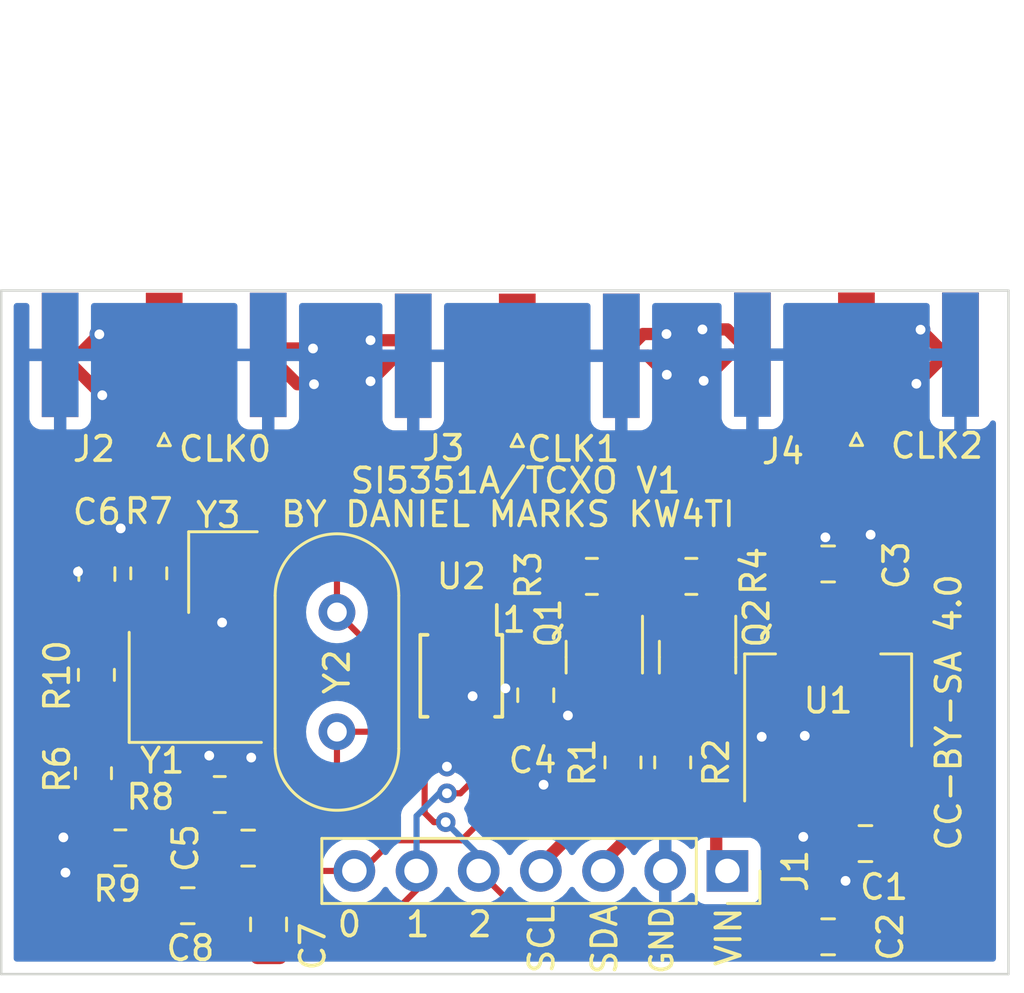
<source format=kicad_pcb>
(kicad_pcb (version 20211014) (generator pcbnew)
  (layers (0 "F.Cu" signal) (31 "B.Cu" signal) (34 "B.Paste" user) (35 "F.Paste" user) (36 "B.SilkS" user "B.Silkscreen") (37 "F.SilkS" user "F.Silkscreen") (38 "B.Mask" user) (39 "F.Mask" user) (44 "Edge.Cuts" user))
  (net 0 "")
  (net 1 "GND")
  (net 2 "VIN")
  (net 3 "+3V3")
  (net 4 "CLK0")
  (net 5 "CLK1")
  (net 6 "CLK2")
  (net 7 "SCL")
  (net 8 "SDA")
  (net 9 "Net-(Q1-Pad2)")
  (net 10 "Net-(Q2-Pad2)")
  (net 11 "Net-(U2-Pad2)")
  (net 12 "Net-(U2-Pad3)")
  (net 13 "Net-(C5-Pad1)")
  (net 14 "Net-(Y1-Pad4)")
  (net 15 "Net-(Y1-Pad1)")
  (net 16 "Net-(Y1-Pad3)")
  (net 17 "Net-(J4-Pad1)")
  (net 18 "Net-(J2-Pad1)")
  (net 19 "Net-(J3-Pad1)")
  (footprint "Package_TO_SOT_SMD:SOT-223-3_TabPin2" (layer "F.Cu") (at 81.534 72.644 90)
    (fp_text reference "U1" (at 0 0 180) (layer "F.SilkS"))
    (fp_text value "AMS1117-3.3")
    (fp_line (start -1.85 3.41) (end 1.91 3.41) (layer "F.SilkS") (width 0.12))
    (fp_line (start 1.91 -3.41) (end 1.91 -2.15) (layer "F.SilkS") (width 0.12))
    (fp_line (start -4.1 -3.41) (end 1.91 -3.41) (layer "F.SilkS") (width 0.12))
    (fp_line (start 1.91 3.41) (end 1.91 2.15) (layer "F.SilkS") (width 0.12))
    (pad "1" smd rect (at -3.15 -2.3 90) (size 2 1.5) (layers "F.Cu" "F.Paste" "F.Mask") (net 1 "GND"))
    (pad "2" smd rect (at -3.15 0 90) (size 2 1.5) (layers "F.Cu" "F.Paste" "F.Mask") (net 3 "+3V3"))
    (pad "2" smd rect (at 3.15 0 90) (size 2 3.8) (layers "F.Cu" "F.Paste" "F.Mask") (net 3 "+3V3"))
    (pad "3" smd rect (at -3.15 2.3 90) (size 2 1.5) (layers "F.Cu" "F.Paste" "F.Mask") (net 2 "VIN"))
  )
  (footprint "Crystal:Crystal_HC49-U_Vertical" (layer "F.Cu") (at 61.468 73.914 90)
    (fp_text reference "Y2" (at 2.45 0 90) (layer "F.SilkS"))
    (fp_text value "25 MHz")
    (fp_line (start -0.685 -2.525) (end 5.565 -2.525) (layer "F.SilkS") (width 0.12))
    (fp_line (start -0.685 2.525) (end 5.565 2.525) (layer "F.SilkS") (width 0.12))
    (fp_arc (start 5.565 -2.525) (mid 8.09 0) (end 5.565 2.525) (layer "F.SilkS") (width 0.12))
    (fp_arc (start -0.685 2.525) (mid -3.21 0) (end -0.685 -2.525) (layer "F.SilkS") (width 0.12))
    (pad "1" thru_hole circle (at 0 0 90) (size 1.5 1.5) (drill 0.8) (layers *.Cu *.Mask) (net 11 "Net-(U2-Pad2)"))
    (pad "2" thru_hole circle (at 4.88 0 90) (size 1.5 1.5) (drill 0.8) (layers *.Cu *.Mask) (net 12 "Net-(U2-Pad3)"))
  )
  (footprint "Connector_Coaxial:SMA_Amphenol_132289_EdgeMount" (layer "F.Cu") (at 82.69 58.5 90)
    (fp_text reference "J4" (at -3.96 -3) (layer "F.SilkS"))
    (fp_text value "Conn_Coaxial")
    (fp_line (start -3.71 0.25) (end -3.21 0) (layer "F.SilkS") (width 0.12))
    (fp_line (start -3.71 -0.25) (end -3.71 0.25) (layer "F.SilkS") (width 0.12))
    (fp_line (start -3.21 0) (end -3.71 -0.25) (layer "F.SilkS") (width 0.12))
    (pad "1" smd rect (at 0 0 180) (size 1.5 5.08) (layers "F.Cu" "F.Paste" "F.Mask") (net 17 "Net-(J4-Pad1)"))
    (pad "2" smd rect (at 0 4.25 180) (size 1.5 5.08) (layers "F.Cu" "F.Paste" "F.Mask") (net 1 "GND"))
    (pad "2" smd rect (at 0 -4.25 180) (size 1.5 5.08) (layers "B.Cu" "B.Paste" "B.Mask") (net 1 "GND"))
    (pad "2" smd rect (at 0 -4.25 180) (size 1.5 5.08) (layers "F.Cu" "F.Paste" "F.Mask") (net 1 "GND"))
    (pad "2" smd rect (at 0 4.25 180) (size 1.5 5.08) (layers "B.Cu" "B.Paste" "B.Mask") (net 1 "GND"))
  )
  (footprint "Resistor_SMD:R_0805_2012Metric_Pad1.20x1.40mm_HandSolder" (layer "F.Cu") (at 51.64 71.59 90)
    (fp_text reference "R10" (at -0.038 -1.602 90) (layer "F.SilkS"))
    (fp_text value "0R")
    (fp_line (start -0.227064 0.735) (end 0.227064 0.735) (layer "F.SilkS") (width 0.12))
    (fp_line (start -0.227064 -0.735) (end 0.227064 -0.735) (layer "F.SilkS") (width 0.12))
    (pad "1" smd roundrect (at -1 0 90) (size 1.2 1.4) (layers "F.Cu" "F.Paste" "F.Mask") (roundrect_rratio 0.2083333333) (net 3 "+3V3"))
    (pad "2" smd roundrect (at 1 0 90) (size 1.2 1.4) (layers "F.Cu" "F.Paste" "F.Mask") (roundrect_rratio 0.2083333333) (net 14 "Net-(Y1-Pad4)"))
  )
  (footprint "Resistor_SMD:R_0805_2012Metric_Pad1.20x1.40mm_HandSolder" (layer "F.Cu") (at 53.78 67.44 -90)
    (fp_text reference "R7" (at -2.54 0) (layer "F.SilkS"))
    (fp_text value "0R")
    (fp_line (start -0.227064 0.735) (end 0.227064 0.735) (layer "F.SilkS") (width 0.12))
    (fp_line (start -0.227064 -0.735) (end 0.227064 -0.735) (layer "F.SilkS") (width 0.12))
    (pad "1" smd roundrect (at -1 0 270) (size 1.2 1.4) (layers "F.Cu" "F.Paste" "F.Mask") (roundrect_rratio 0.2083333333) (net 12 "Net-(U2-Pad3)"))
    (pad "2" smd roundrect (at 1 0 270) (size 1.2 1.4) (layers "F.Cu" "F.Paste" "F.Mask") (roundrect_rratio 0.2083333333) (net 15 "Net-(Y1-Pad1)"))
  )
  (footprint "Capacitor_SMD:C_0805_2012Metric_Pad1.18x1.45mm_HandSolder" (layer "F.Cu") (at 51.66 67.47 -90)
    (fp_text reference "C6" (at -2.54 0) (layer "F.SilkS"))
    (fp_text value "100 nF")
    (fp_line (start -0.261252 -0.735) (end 0.261252 -0.735) (layer "F.SilkS") (width 0.12))
    (fp_line (start -0.261252 0.735) (end 0.261252 0.735) (layer "F.SilkS") (width 0.12))
    (pad "1" smd roundrect (at -1.0375 0 270) (size 1.175 1.45) (layers "F.Cu" "F.Paste" "F.Mask") (roundrect_rratio 0.2127659574) (net 1 "GND"))
    (pad "2" smd roundrect (at 1.0375 0 270) (size 1.175 1.45) (layers "F.Cu" "F.Paste" "F.Mask") (roundrect_rratio 0.2127659574) (net 14 "Net-(Y1-Pad4)"))
  )
  (footprint "Resistor_SMD:R_0805_2012Metric_Pad1.20x1.40mm_HandSolder" (layer "F.Cu") (at 56.68 76.48)
    (fp_text reference "R8" (at -2.832 0.101) (layer "F.SilkS"))
    (fp_text value "0R")
    (fp_line (start -0.227064 -0.735) (end 0.227064 -0.735) (layer "F.SilkS") (width 0.12))
    (fp_line (start -0.227064 0.735) (end 0.227064 0.735) (layer "F.SilkS") (width 0.12))
    (pad "1" smd roundrect (at -1 0) (size 1.2 1.4) (layers "F.Cu" "F.Paste" "F.Mask") (roundrect_rratio 0.2083333333) (net 13 "Net-(C5-Pad1)"))
    (pad "2" smd roundrect (at 1 0) (size 1.2 1.4) (layers "F.Cu" "F.Paste" "F.Mask") (roundrect_rratio 0.2083333333) (net 16 "Net-(Y1-Pad3)"))
  )
  (footprint "Resistor_SMD:R_0805_2012Metric_Pad1.20x1.40mm_HandSolder" (layer "F.Cu") (at 75.946 67.564)
    (fp_text reference "R4" (at 2.544 -0.224 90) (layer "F.SilkS"))
    (fp_text value "1k")
    (fp_line (start -0.227064 -0.735) (end 0.227064 -0.735) (layer "F.SilkS") (width 0.12))
    (fp_line (start -0.227064 0.735) (end 0.227064 0.735) (layer "F.SilkS") (width 0.12))
    (pad "1" smd roundrect (at -1 0) (size 1.2 1.4) (layers "F.Cu" "F.Paste" "F.Mask") (roundrect_rratio 0.2083333333) (net 10 "Net-(Q2-Pad2)"))
    (pad "2" smd roundrect (at 1 0) (size 1.2 1.4) (layers "F.Cu" "F.Paste" "F.Mask") (roundrect_rratio 0.2083333333) (net 3 "+3V3"))
  )
  (footprint "Package_TO_SOT_SMD:SOT-23" (layer "F.Cu") (at 76.2 70.866 -90)
    (fp_text reference "Q2" (at -1.397 -2.413 90) (layer "F.SilkS"))
    (fp_text value "2N7002")
    (fp_line (start 0 -1.56) (end -1.675 -1.56) (layer "F.SilkS") (width 0.12))
    (fp_line (start 0 1.56) (end -0.65 1.56) (layer "F.SilkS") (width 0.12))
    (fp_line (start 0 -1.56) (end 0.65 -1.56) (layer "F.SilkS") (width 0.12))
    (fp_line (start 0 1.56) (end 0.65 1.56) (layer "F.SilkS") (width 0.12))
    (pad "1" smd roundrect (at -0.9375 -0.95 270) (size 1.475 0.6) (layers "F.Cu" "F.Paste" "F.Mask") (net 3 "+3V3"))
    (pad "2" smd roundrect (at -0.9375 0.95 270) (size 1.475 0.6) (layers "F.Cu" "F.Paste" "F.Mask") (net 10 "Net-(Q2-Pad2)"))
    (pad "3" smd roundrect (at 0.9375 0 270) (size 1.475 0.6) (layers "F.Cu" "F.Paste" "F.Mask") (net 8 "SDA"))
  )
  (footprint "Capacitor_SMD:C_0805_2012Metric_Pad1.18x1.45mm_HandSolder" (layer "F.Cu") (at 69.59 72.42 90)
    (fp_text reference "C4" (at -2.667 -0.127 180) (layer "F.SilkS"))
    (fp_text value "100 nF")
    (fp_line (start -0.261252 -0.735) (end 0.261252 -0.735) (layer "F.SilkS") (width 0.12))
    (fp_line (start -0.261252 0.735) (end 0.261252 0.735) (layer "F.SilkS") (width 0.12))
    (pad "1" smd roundrect (at -1.0375 0 90) (size 1.175 1.45) (layers "F.Cu" "F.Paste" "F.Mask") (roundrect_rratio 0.2127659574) (net 1 "GND"))
    (pad "2" smd roundrect (at 1.0375 0 90) (size 1.175 1.45) (layers "F.Cu" "F.Paste" "F.Mask") (roundrect_rratio 0.2127659574) (net 3 "+3V3"))
  )
  (footprint "Capacitor_SMD:C_0805_2012Metric_Pad1.18x1.45mm_HandSolder" (layer "F.Cu") (at 55.372 81.026)
    (fp_text reference "C8" (at 0.108 1.734 180) (layer "F.SilkS"))
    (fp_text value "100 nF")
    (fp_line (start -0.261252 -0.735) (end 0.261252 -0.735) (layer "F.SilkS") (width 0.12))
    (fp_line (start -0.261252 0.735) (end 0.261252 0.735) (layer "F.SilkS") (width 0.12))
    (pad "1" smd roundrect (at -1.0375 0) (size 1.175 1.45) (layers "F.Cu" "F.Paste" "F.Mask") (roundrect_rratio 0.2127659574) (net 19 "Net-(J3-Pad1)"))
    (pad "2" smd roundrect (at 1.0375 0) (size 1.175 1.45) (layers "F.Cu" "F.Paste" "F.Mask") (roundrect_rratio 0.2127659574) (net 5 "CLK1"))
  )
  (footprint "Capacitor_SMD:C_0805_2012Metric_Pad1.18x1.45mm_HandSolder" (layer "F.Cu") (at 83.058 78.486)
    (fp_text reference "C1" (at 0.762 1.778 180) (layer "F.SilkS"))
    (fp_text value "100 nF")
    (fp_line (start -0.261252 -0.735) (end 0.261252 -0.735) (layer "F.SilkS") (width 0.12))
    (fp_line (start -0.261252 0.735) (end 0.261252 0.735) (layer "F.SilkS") (width 0.12))
    (pad "1" smd roundrect (at -1.0375 0) (size 1.175 1.45) (layers "F.Cu" "F.Paste" "F.Mask") (roundrect_rratio 0.2127659574) (net 1 "GND"))
    (pad "2" smd roundrect (at 1.0375 0) (size 1.175 1.45) (layers "F.Cu" "F.Paste" "F.Mask") (roundrect_rratio 0.2127659574) (net 2 "VIN"))
  )
  (footprint "Capacitor_SMD:C_0805_2012Metric_Pad1.18x1.45mm_HandSolder" (layer "F.Cu") (at 81.534 67.056 180)
    (fp_text reference "C3" (at -2.786 -0.054 90) (layer "F.SilkS"))
    (fp_text value "100 nF")
    (fp_line (start -0.261252 -0.735) (end 0.261252 -0.735) (layer "F.SilkS") (width 0.12))
    (fp_line (start -0.261252 0.735) (end 0.261252 0.735) (layer "F.SilkS") (width 0.12))
    (pad "1" smd roundrect (at -1.0375 0 180) (size 1.175 1.45) (layers "F.Cu" "F.Paste" "F.Mask") (roundrect_rratio 0.2127659574) (net 1 "GND"))
    (pad "2" smd roundrect (at 1.0375 0 180) (size 1.175 1.45) (layers "F.Cu" "F.Paste" "F.Mask") (roundrect_rratio 0.2127659574) (net 3 "+3V3"))
  )
  (footprint "Connector_Coaxial:SMA_Amphenol_132289_EdgeMount" (layer "F.Cu") (at 68.834 58.547 90)
    (fp_text reference "J3" (at -3.773 -3.014) (layer "F.SilkS"))
    (fp_text value "Conn_Coaxial")
    (fp_line (start -3.71 0.25) (end -3.21 0) (layer "F.SilkS") (width 0.12))
    (fp_line (start -3.21 0) (end -3.71 -0.25) (layer "F.SilkS") (width 0.12))
    (fp_line (start -3.71 -0.25) (end -3.71 0.25) (layer "F.SilkS") (width 0.12))
    (pad "1" smd rect (at 0 0 180) (size 1.5 5.08) (layers "F.Cu" "F.Paste" "F.Mask") (net 19 "Net-(J3-Pad1)"))
    (pad "2" smd rect (at 0 -4.25 180) (size 1.5 5.08) (layers "B.Cu" "B.Paste" "B.Mask") (net 1 "GND"))
    (pad "2" smd rect (at 0 4.25 180) (size 1.5 5.08) (layers "F.Cu" "F.Paste" "F.Mask") (net 1 "GND"))
    (pad "2" smd rect (at 0 -4.25 180) (size 1.5 5.08) (layers "F.Cu" "F.Paste" "F.Mask") (net 1 "GND"))
    (pad "2" smd rect (at 0 4.25 180) (size 1.5 5.08) (layers "B.Cu" "B.Paste" "B.Mask") (net 1 "GND"))
  )
  (footprint "Resistor_SMD:R_0805_2012Metric_Pad1.20x1.40mm_HandSolder" (layer "F.Cu") (at 71.882 67.564)
    (fp_text reference "R3" (at -2.592 -0.054 90) (layer "F.SilkS"))
    (fp_text value "1k")
    (fp_line (start -0.227064 -0.735) (end 0.227064 -0.735) (layer "F.SilkS") (width 0.12))
    (fp_line (start -0.227064 0.735) (end 0.227064 0.735) (layer "F.SilkS") (width 0.12))
    (pad "1" smd roundrect (at -1 0) (size 1.2 1.4) (layers "F.Cu" "F.Paste" "F.Mask") (roundrect_rratio 0.2083333333) (net 9 "Net-(Q1-Pad2)"))
    (pad "2" smd roundrect (at 1 0) (size 1.2 1.4) (layers "F.Cu" "F.Paste" "F.Mask") (roundrect_rratio 0.2083333333) (net 3 "+3V3"))
  )
  (footprint "Capacitor_SMD:C_0805_2012Metric_Pad1.18x1.45mm_HandSolder" (layer "F.Cu") (at 81.534 82.296 180)
    (fp_text reference "C2" (at -2.54 0 90) (layer "F.SilkS"))
    (fp_text value "100 nF")
    (fp_line (start -0.261252 -0.735) (end 0.261252 -0.735) (layer "F.SilkS") (width 0.12))
    (fp_line (start -0.261252 0.735) (end 0.261252 0.735) (layer "F.SilkS") (width 0.12))
    (pad "1" smd roundrect (at -1.0375 0 180) (size 1.175 1.45) (layers "F.Cu" "F.Paste" "F.Mask") (roundrect_rratio 0.2127659574) (net 17 "Net-(J4-Pad1)"))
    (pad "2" smd roundrect (at 1.0375 0 180) (size 1.175 1.45) (layers "F.Cu" "F.Paste" "F.Mask") (roundrect_rratio 0.2127659574) (net 6 "CLK2"))
  )
  (footprint "Package_SO:MSOP-10_3x3mm_P0.5mm" (layer "F.Cu") (at 66.548 71.628 -90)
    (fp_text reference "U2" (at -4.064 0 180) (layer "F.SilkS"))
    (fp_text value "Si5351A-B-GT")
    (fp_line (start -1.675 -1.675) (end 1.675 -1.675) (layer "F.SilkS") (width 0.15))
    (fp_line (start -1.675 1.675) (end -1.675 1.375) (layer "F.SilkS") (width 0.15))
    (fp_line (start 1.675 1.675) (end 1.675 1.375) (layer "F.SilkS") (width 0.15))
    (fp_line (start 1.675 -1.675) (end 1.675 -1.375) (layer "F.SilkS") (width 0.15))
    (fp_line (start -1.675 -1.675) (end -1.675 -1.45) (layer "F.SilkS") (width 0.15))
    (fp_line (start -1.675 -1.45) (end -2.9 -1.45) (layer "F.SilkS") (width 0.15))
    (fp_line (start -1.675 1.675) (end 1.675 1.675) (layer "F.SilkS") (width 0.15))
    (pad "1" smd rect (at -2.2 -1 270) (size 1.4 0.3) (layers "F.Cu" "F.Paste" "F.Mask") (net 3 "+3V3"))
    (pad "2" smd rect (at -2.2 -0.5 270) (size 1.4 0.3) (layers "F.Cu" "F.Paste" "F.Mask") (net 11 "Net-(U2-Pad2)"))
    (pad "3" smd rect (at -2.2 0 270) (size 1.4 0.3) (layers "F.Cu" "F.Paste" "F.Mask") (net 12 "Net-(U2-Pad3)"))
    (pad "4" smd rect (at -2.2 0.5 270) (size 1.4 0.3) (layers "F.Cu" "F.Paste" "F.Mask") (net 9 "Net-(Q1-Pad2)"))
    (pad "5" smd rect (at -2.2 1 270) (size 1.4 0.3) (layers "F.Cu" "F.Paste" "F.Mask") (net 10 "Net-(Q2-Pad2)"))
    (pad "6" smd rect (at 2.2 1 270) (size 1.4 0.3) (layers "F.Cu" "F.Paste" "F.Mask") (net 6 "CLK2"))
    (pad "7" smd rect (at 2.2 0.5 270) (size 1.4 0.3) (layers "F.Cu" "F.Paste" "F.Mask") (net 3 "+3V3"))
    (pad "8" smd rect (at 2.2 0 270) (size 1.4 0.3) (layers "F.Cu" "F.Paste" "F.Mask") (net 1 "GND"))
    (pad "9" smd rect (at 2.2 -0.5 270) (size 1.4 0.3) (layers "F.Cu" "F.Paste" "F.Mask") (net 5 "CLK1"))
    (pad "10" smd rect (at 2.2 -1 270) (size 1.4 0.3) (layers "F.Cu" "F.Paste" "F.Mask") (net 4 "CLK0"))
  )
  (footprint "Capacitor_SMD:C_0805_2012Metric_Pad1.18x1.45mm_HandSolder" (layer "F.Cu") (at 57.84 78.67)
    (fp_text reference "C5" (at -2.5615 0 90) (layer "F.SilkS"))
    (fp_text value "100 nF")
    (fp_line (start -0.261252 0.735) (end 0.261252 0.735) (layer "F.SilkS") (width 0.12))
    (fp_line (start -0.261252 -0.735) (end 0.261252 -0.735) (layer "F.SilkS") (width 0.12))
    (pad "1" smd roundrect (at -1.0375 0) (size 1.175 1.45) (layers "F.Cu" "F.Paste" "F.Mask") (roundrect_rratio 0.2127659574) (net 13 "Net-(C5-Pad1)"))
    (pad "2" smd roundrect (at 1.0375 0) (size 1.175 1.45) (layers "F.Cu" "F.Paste" "F.Mask") (roundrect_rratio 0.2127659574) (net 11 "Net-(U2-Pad2)"))
  )
  (footprint "Connector_Coaxial:SMA_Amphenol_132289_EdgeMount" (layer "F.Cu") (at 54.41 58.51 90)
    (fp_text reference "J2" (at -3.847 -2.87) (layer "F.SilkS"))
    (fp_text value "Conn_Coaxial")
    (fp_line (start -3.71 0.25) (end -3.21 0) (layer "F.SilkS") (width 0.12))
    (fp_line (start -3.21 0) (end -3.71 -0.25) (layer "F.SilkS") (width 0.12))
    (fp_line (start -3.71 -0.25) (end -3.71 0.25) (layer "F.SilkS") (width 0.12))
    (pad "1" smd rect (at 0 0 180) (size 1.5 5.08) (layers "F.Cu" "F.Paste" "F.Mask") (net 18 "Net-(J2-Pad1)"))
    (pad "2" smd rect (at 0 4.25 180) (size 1.5 5.08) (layers "F.Cu" "F.Paste" "F.Mask") (net 1 "GND"))
    (pad "2" smd rect (at 0 -4.25 180) (size 1.5 5.08) (layers "F.Cu" "F.Paste" "F.Mask") (net 1 "GND"))
    (pad "2" smd rect (at 0 -4.25 180) (size 1.5 5.08) (layers "B.Cu" "B.Paste" "B.Mask") (net 1 "GND"))
    (pad "2" smd rect (at 0 4.25 180) (size 1.5 5.08) (layers "B.Cu" "B.Paste" "B.Mask") (net 1 "GND"))
  )
  (footprint "Resistor_SMD:R_0805_2012Metric_Pad1.20x1.40mm_HandSolder" (layer "F.Cu") (at 73.152 75.168 90)
    (fp_text reference "R1" (at 0 -1.65 90) (layer "F.SilkS"))
    (fp_text value "1k")
    (fp_line (start -0.227064 -0.735) (end 0.227064 -0.735) (layer "F.SilkS") (width 0.12))
    (fp_line (start -0.227064 0.735) (end 0.227064 0.735) (layer "F.SilkS") (width 0.12))
    (pad "1" smd roundrect (at -1 0 90) (size 1.2 1.4) (layers "F.Cu" "F.Paste" "F.Mask") (roundrect_rratio 0.2083333333) (net 7 "SCL"))
    (pad "2" smd roundrect (at 1 0 90) (size 1.2 1.4) (layers "F.Cu" "F.Paste" "F.Mask") (roundrect_rratio 0.2083333333) (net 2 "VIN"))
  )
  (footprint "Crystal:Crystal_SMD_3225-4Pin_3.2x2.5mm_HandSoldering" (layer "F.Cu") (at 55.68 72.1)
    (fp_text reference "Y1" (at -1.35 3 180) (layer "F.SilkS"))
    (fp_text value "25 MHz")
    (fp_line (start -2.7 -2.25) (end -2.7 2.25) (layer "F.SilkS") (width 0.12))
    (fp_line (start -2.7 2.25) (end 2.7 2.25) (layer "F.SilkS") (width 0.12))
    (pad "1" smd rect (at -1.45 1.15) (size 2.1 1.8) (layers "F.Cu" "F.Paste" "F.Mask") (net 15 "Net-(Y1-Pad1)"))
    (pad "2" smd rect (at 1.45 1.15) (size 2.1 1.8) (layers "F.Cu" "F.Paste" "F.Mask") (net 1 "GND"))
    (pad "3" smd rect (at 1.45 -1.15) (size 2.1 1.8) (layers "F.Cu" "F.Paste" "F.Mask") (net 16 "Net-(Y1-Pad3)"))
    (pad "4" smd rect (at -1.45 -1.15) (size 2.1 1.8) (layers "F.Cu" "F.Paste" "F.Mask") (net 14 "Net-(Y1-Pad4)"))
  )
  (footprint "Capacitor_SMD:C_0805_2012Metric_Pad1.18x1.45mm_HandSolder" (layer "F.Cu") (at 58.674 81.788 90)
    (fp_text reference "C7" (at -0.902 1.806 90) (layer "F.SilkS"))
    (fp_text value "100 nF")
    (fp_line (start -0.261252 -0.735) (end 0.261252 -0.735) (layer "F.SilkS") (width 0.12))
    (fp_line (start -0.261252 0.735) (end 0.261252 0.735) (layer "F.SilkS") (width 0.12))
    (pad "1" smd roundrect (at -1.0375 0 90) (size 1.175 1.45) (layers "F.Cu" "F.Paste" "F.Mask") (roundrect_rratio 0.2127659574) (net 18 "Net-(J2-Pad1)"))
    (pad "2" smd roundrect (at 1.0375 0 90) (size 1.175 1.45) (layers "F.Cu" "F.Paste" "F.Mask") (roundrect_rratio 0.2127659574) (net 4 "CLK0"))
  )
  (footprint "Connector_PinSocket_2.54mm:PinSocket_1x07_P2.54mm_Vertical" (layer "F.Cu") (at 77.4192 79.6036 -90)
    (fp_text reference "J1" (at 0 -2.77 90) (layer "F.SilkS"))
    (fp_text value "Conn_01x07")
    (fp_line (start -1.33 16.57) (end 1.33 16.57) (layer "F.SilkS") (width 0.12))
    (fp_line (start 0 -1.33) (end 1.33 -1.33) (layer "F.SilkS") (width 0.12))
    (fp_line (start -1.33 1.27) (end -1.33 16.57) (layer "F.SilkS") (width 0.12))
    (fp_line (start 1.33 1.27) (end 1.33 16.57) (layer "F.SilkS") (width 0.12))
    (fp_line (start 1.33 -1.33) (end 1.33 0) (layer "F.SilkS") (width 0.12))
    (fp_line (start -1.33 1.27) (end 1.33 1.27) (layer "F.SilkS") (width 0.12))
    (pad "1" thru_hole rect (at 0 0 270) (size 1.7 1.7) (drill 1) (layers *.Cu *.Mask) (net 2 "VIN"))
    (pad "2" thru_hole oval (at 0 2.54 270) (size 1.7 1.7) (drill 1) (layers *.Cu *.Mask) (net 1 "GND"))
    (pad "3" thru_hole oval (at 0 5.08 270) (size 1.7 1.7) (drill 1) (layers *.Cu *.Mask) (net 8 "SDA"))
    (pad "4" thru_hole oval (at 0 7.62 270) (size 1.7 1.7) (drill 1) (layers *.Cu *.Mask) (net 7 "SCL"))
    (pad "5" thru_hole oval (at 0 10.16 270) (size 1.7 1.7) (drill 1) (layers *.Cu *.Mask) (net 6 "CLK2"))
    (pad "6" thru_hole oval (at 0 12.7 270) (size 1.7 1.7) (drill 1) (layers *.Cu *.Mask) (net 5 "CLK1"))
    (pad "7" thru_hole oval (at 0 15.24 270) (size 1.7 1.7) (drill 1) (layers *.Cu *.Mask) (net 4 "CLK0"))
  )
  (footprint "Resistor_SMD:R_0805_2012Metric_Pad1.20x1.40mm_HandSolder" (layer "F.Cu") (at 51.52 75.61 90)
    (fp_text reference "R6" (at 0.172 -1.482 90) (layer "F.SilkS"))
    (fp_text value "NC")
    (fp_line (start -0.227064 -0.735) (end 0.227064 -0.735) (layer "F.SilkS") (width 0.12))
    (fp_line (start -0.227064 0.735) (end 0.227064 0.735) (layer "F.SilkS") (width 0.12))
    (pad "1" smd roundrect (at -1 0 90) (size 1.2 1.4) (layers "F.Cu" "F.Paste" "F.Mask") (roundrect_rratio 0.2083333333) (net 3 "+3V3"))
    (pad "2" smd roundrect (at 1 0 90) (size 1.2 1.4) (layers "F.Cu" "F.Paste" "F.Mask") (roundrect_rratio 0.2083333333) (net 15 "Net-(Y1-Pad1)"))
  )
  (footprint "Package_TO_SOT_SMD:SOT-23" (layer "F.Cu") (at 72.39 70.866 -90)
    (fp_text reference "Q1" (at -1.397 2.286 -90) (layer "F.SilkS"))
    (fp_text value "2N7002")
    (fp_line (start 0 -1.56) (end -1.675 -1.56) (layer "F.SilkS") (width 0.12))
    (fp_line (start 0 -1.56) (end 0.65 -1.56) (layer "F.SilkS") (width 0.12))
    (fp_line (start 0 1.56) (end 0.65 1.56) (layer "F.SilkS") (width 0.12))
    (fp_line (start 0 1.56) (end -0.65 1.56) (layer "F.SilkS") (width 0.12))
    (pad "1" smd roundrect (at -0.9375 -0.95 270) (size 1.475 0.6) (layers "F.Cu" "F.Paste" "F.Mask") (net 3 "+3V3"))
    (pad "2" smd roundrect (at -0.9375 0.95 270) (size 1.475 0.6) (layers "F.Cu" "F.Paste" "F.Mask") (net 9 "Net-(Q1-Pad2)"))
    (pad "3" smd roundrect (at 0.9375 0 270) (size 1.475 0.6) (layers "F.Cu" "F.Paste" "F.Mask") (net 7 "SCL"))
  )
  (footprint "Resistor_SMD:R_0805_2012Metric_Pad1.20x1.40mm_HandSolder" (layer "F.Cu") (at 52.62 78.66)
    (fp_text reference "R9" (at -0.13 1.68 180) (layer "F.SilkS"))
    (fp_text value "NC")
    (fp_line (start -0.227064 0.735) (end 0.227064 0.735) (layer "F.SilkS") (width 0.12))
    (fp_line (start -0.227064 -0.735) (end 0.227064 -0.735) (layer "F.SilkS") (width 0.12))
    (pad "1" smd roundrect (at -1 0) (size 1.2 1.4) (layers "F.Cu" "F.Paste" "F.Mask") (roundrect_rratio 0.2083333333) (net 1 "GND"))
    (pad "2" smd roundrect (at 1 0) (size 1.2 1.4) (layers "F.Cu" "F.Paste" "F.Mask") (roundrect_rratio 0.2083333333) (net 13 "Net-(C5-Pad1)"))
  )
  (footprint "Crystal:Crystal_SMD_2520-4Pin_2.5x2.0mm" (layer "F.Cu") (at 56.81 67.39 -90)
    (fp_text reference "Y3" (at -2.3324 0.1876 180) (layer "F.SilkS"))
    (fp_text value "25 MHz")
    (fp_line (start -1.65 -1.4) (end -1.65 1.4) (layer "F.SilkS") (width 0.12))
    (fp_line (start -1.65 1.4) (end 1.65 1.4) (layer "F.SilkS") (width 0.12))
    (pad "1" smd rect (at -0.875 0.7 270) (size 1.15 1) (layers "F.Cu" "F.Paste" "F.Mask") (net 15 "Net-(Y1-Pad1)"))
    (pad "2" smd rect (at 0.875 0.7 270) (size 1.15 1) (layers "F.Cu" "F.Paste" "F.Mask") (net 1 "GND"))
    (pad "3" smd rect (at 0.875 -0.7 270) (size 1.15 1) (layers "F.Cu" "F.Paste" "F.Mask") (net 16 "Net-(Y1-Pad3)"))
    (pad "4" smd rect (at -0.875 -0.7 270) (size 1.15 1) (layers "F.Cu" "F.Paste" "F.Mask") (net 14 "Net-(Y1-Pad4)"))
  )
  (footprint "Resistor_SMD:R_0805_2012Metric_Pad1.20x1.40mm_HandSolder" (layer "F.Cu") (at 75.184 75.168 90)
    (fp_text reference "R2" (at 0 1.778 90) (layer "F.SilkS"))
    (fp_text value "1k")
    (fp_line (start -0.227064 0.735) (end 0.227064 0.735) (layer "F.SilkS") (width 0.12))
    (fp_line (start -0.227064 -0.735) (end 0.227064 -0.735) (layer "F.SilkS") (width 0.12))
    (pad "1" smd roundrect (at -1 0 90) (size 1.2 1.4) (layers "F.Cu" "F.Paste" "F.Mask") (roundrect_rratio 0.2083333333) (net 8 "SDA"))
    (pad "2" smd roundrect (at 1 0 90) (size 1.2 1.4) (layers "F.Cu" "F.Paste" "F.Mask") (roundrect_rratio 0.2083333333) (net 2 "VIN"))
  )
  (gr_line (start 47.752 83.82) (end 47.752 55.88) (layer "Edge.Cuts") (width 0.1))
  (gr_line (start 88.9 83.82) (end 47.752 83.82) (layer "Edge.Cuts") (width 0.1))
  (gr_line (start 47.752 55.88) (end 88.9 55.88) (layer "Edge.Cuts") (width 0.1))
  (gr_line (start 88.9 55.88) (end 88.9 83.82) (layer "Edge.Cuts") (width 0.1))
  (gr_text "CLK1" (at 71.12 62.357) (layer "F.SilkS") (effects (font (size 1 1))))
  (gr_text "GND" (at 74.74 82.43 90) (layer "F.SilkS") (effects (font (size 0.9 0.9))))
  (gr_text "CLK2" (at 85.979 62.23) (layer "F.SilkS") (effects (font (size 1 1))))
  (gr_text "CLK0" (at 56.896 62.357) (layer "F.SilkS") (effects (font (size 1 1))))
  (gr_text "BY DANIEL MARKS KW4TI" (at 68.453 65.024) (layer "F.SilkS") (effects (font (size 1 1))))
  (gr_text "1" (at 64.77 81.788) (layer "F.SilkS") (effects (font (size 1 1))))
  (gr_text "1" (at 68.707 69.342) (layer "F.SilkS") (effects (font (size 1 1))))
  (gr_text "SI5351A/TCXO V1" (at 68.77 63.65) (layer "F.SilkS") (effects (font (size 1 1))))
  (gr_text "CC-BY-SA 4.0" (at 86.46 73.12 90) (layer "F.SilkS") (effects (font (size 1 1))))
  (gr_text "SCL" (at 69.83 82.4 90) (layer "F.SilkS") (effects (font (size 1 1))))
  (gr_text "SDA" (at 72.4 82.42 90) (layer "F.SilkS") (effects (font (size 1 1))))
  (gr_text "VIN" (at 77.47 82.296 90) (layer "F.SilkS") (effects (font (size 1 1))))
  (gr_text "0" (at 61.976 81.788) (layer "F.SilkS") (effects (font (size 1 1))))
  (gr_text "2" (at 67.31 81.788) (layer "F.SilkS") (effects (font (size 1 1))))
  (segment (start 51.66 66.603693) (end 50.89052 67.373173) (width 0.25) (layer "F.Cu") (net 1))
  (segment (start 60.49 58.25) (end 58.92 58.25) (width 0.5) (layer "F.Cu") (net 1))
  (segment (start 76.45 59.57) (end 77.52 58.5) (width 0.5) (layer "F.Cu") (net 1))
  (segment (start 74.93 57.658) (end 73.973 57.658) (width 0.5) (layer "F.Cu") (net 1))
  (segment (start 79.234 75.426) (end 79.234 75.794) (width 0.5) (layer "F.Cu") (net 1))
  (segment (start 82.0205 79.7853) (end 82.2452 80.01) (width 0.5) (layer "F.Cu") (net 1))
  (segment (start 56.7755 69.450498) (end 56.11 68.784998) (width 0.25) (layer "F.Cu") (net 1))
  (segment (start 69.59 73.4575) (end 69.59 73.38) (width 0.25) (layer "F.Cu") (net 1))
  (segment (start 79.234 74.534) (end 78.82 74.12) (width 0.5) (layer "F.Cu") (net 1))
  (segment (start 51.76 57.67) (end 50.92 58.51) (width 0.5) (layer "F.Cu") (net 1))
  (segment (start 57.9655 74.97) (end 57.13 74.1345) (width 0.25) (layer "F.Cu") (net 1))
  (segment (start 76.4 57.47) (end 77.41 57.47) (width 0.5) (layer "F.Cu") (net 1))
  (segment (start 56.25 74.89) (end 56.25 74.13) (width 0.25) (layer "F.Cu") (net 1))
  (segment (start 59.86 59.71) (end 58.66 58.51) (width 0.5) (layer "F.Cu") (net 1))
  (segment (start 69.59 73.4575) (end 70.696 73.4575) (width 0.25) (layer "F.Cu") (net 1))
  (segment (start 74.168 58.547) (end 73.084 58.547) (width 0.5) (layer "F.Cu") (net 1))
  (segment (start 86.33 58.5) (end 86.94 58.5) (width 0.5) (layer "F.Cu") (net 1))
  (segment (start 51.88 60.16) (end 50.23 58.51) (width 0.5) (layer "F.Cu") (net 1))
  (segment (start 51.804406 66.4325) (end 51.66 66.4325) (width 0.25) (layer "F.Cu") (net 1))
  (segment (start 67.01 72.46) (end 66.548 72.922) (width 0.25) (layer "F.Cu") (net 1))
  (segment (start 51.388 78.66) (end 50.376299 79.671701) (width 0.25) (layer "F.Cu") (net 1))
  (segment (start 60.53 59.71) (end 59.86 59.71) (width 0.5) (layer "F.Cu") (net 1))
  (segment (start 66.548 72.922) (end 66.548 73.828) (width 0.25) (layer "F.Cu") (net 1))
  (segment (start 50.72 78.66) (end 50.292 78.232) (width 0.25) (layer "F.Cu") (net 1))
  (segment (start 63.949 57.912) (end 64.584 58.547) (width 0.5) (layer "F.Cu") (net 1))
  (segment (start 69.59 75.76) (end 69.59 73.4575) (width 0.25) (layer "F.Cu") (net 1))
  (segment (start 58.92 58.25) (end 58.66 58.51) (width 0.5) (layer "F.Cu") (net 1))
  (segment (start 51.62 78.66) (end 51.388 78.66) (width 0.25) (layer "F.Cu") (net 1))
  (segment (start 82.5715 67.056) (end 82.5715 66.5585) (width 0.5) (layer "F.Cu") (net 1))
  (segment (start 69.59 73.38) (end 68.35 72.14) (width 0.25) (layer "F.Cu") (net 1))
  (segment (start 80.796 78.486) (end 80.52 78.21) (width 0.5) (layer "F.Cu") (net 1))
  (segment (start 80.58 74.08) (end 79.234 75.426) (width 0.5) (layer "F.Cu") (net 1))
  (segment (start 85.31 57.48) (end 86.33 58.5) (width 0.5) (layer "F.Cu") (net 1))
  (segment (start 70.696 73.4575) (end 70.9035 73.25) (width 0.25) (layer "F.Cu") (net 1))
  (segment (start 85.14 59.69) (end 86.33 58.5) (width 0.5) (layer "F.Cu") (net 1))
  (segment (start 50.92 58.51) (end 50.16 58.51) (width 0.5) (layer "F.Cu") (net 1))
  (segment (start 81.422014 65.967901) (end 81.483401 65.967901) (width 0.5) (layer "F.Cu") (net 1))
  (segment (start 73.973 57.658) (end 73.084 58.547) (width 0.5) (layer "F.Cu") (net 1))
  (segment (start 69.91 76.08) (end 69.59 75.76) (width 0.25) (layer "F.Cu") (net 1))
  (segment (start 77.52 58.5) (end 78.44 58.5) (width 0.5) (layer "F.Cu") (net 1))
  (segment (start 74.9427 59.3217) (end 74.168 58.547) (width 0.5) (layer "F.Cu") (net 1))
  (segment (start 66.548 73.828) (end 66.548 74.752) (width 0.25) (layer "F.Cu") (net 1))
  (segment (start 82.5715 66.5585) (end 83.27 65.86) (width 0.5) (layer "F.Cu") (net 1))
  (segment (start 50.23 58.51) (end 50.16 58.51) (width 0.5) (layer "F.Cu") (net 1))
  (segment (start 51.62 78.66) (end 50.72 78.66) (width 0.25) (layer "F.Cu") (net 1))
  (segment (start 63.881 58.547) (end 64.584 58.547) (width 0.5) (layer "F.Cu") (net 1))
  (segment (start 57.13 74.1345) (end 57.13 73.25) (width 0.25) (layer "F.Cu") (net 1))
  (segment (start 82.0205 78.486) (end 82.0205 79.7853) (width 0.5) (layer "F.Cu") (net 1))
  (segment (start 81.483401 65.967901) (end 82.5715 67.056) (width 0.5) (layer "F.Cu") (net 1))
  (segment (start 77.41 57.47) (end 78.44 58.5) (width 0.5) (layer "F.Cu") (net 1))
  (segment (start 56.25 74.13) (end 57.13 73.25) (width 0.25) (layer "F.Cu") (net 1))
  (segment (start 62.8396 57.912) (end 63.949 57.912) (width 0.5) (layer "F.Cu") (net 1))
  (segment (start 52.634062 65.602844) (end 51.804406 66.4325) (width 0.25) (layer "F.Cu") (net 1))
  (segment (start 82.0205 78.486) (end 80.796 78.486) (width 0.5) (layer "F.Cu") (net 1))
  (segment (start 56.11 68.784998) (end 56.11 68.265) (width 0.25) (layer "F.Cu") (net 1))
  (segment (start 51.66 66.4325) (end 51.66 66.603693) (width 0.25) (layer "F.Cu") (net 1))
  (segment (start 62.8396 59.5884) (end 63.881 58.547) (width 0.5) (layer "F.Cu") (net 1))
  (segment (start 66.548 74.752) (end 65.96 75.34) (width 0.25) (layer "F.Cu") (net 1))
  (segment (start 79.234 75.794) (end 79.234 74.534) (width 0.5) (layer "F.Cu") (net 1))
  (via (at 50.292 78.232) (size 0.8) (drill 0.4) (layers "F.Cu" "B.Cu") (net 1))
  (via (at 51.76 57.67) (size 0.8) (drill 0.4) (layers "F.Cu" "B.Cu") (net 1))
  (via (at 65.96 75.34) (size 0.8) (drill 0.4) (layers "F.Cu" "B.Cu") (net 1))
  (via (at 62.8396 59.5884) (size 0.8) (drill 0.4) (layers "F.Cu" "B.Cu") (net 1))
  (via (at 51.88 60.16) (size 0.8) (drill 0.4) (layers "F.Cu" "B.Cu") (net 1))
  (via (at 80.52 78.21) (size 0.8) (drill 0.4) (layers "F.Cu" "B.Cu") (net 1))
  (via (at 80.58 74.08) (size 0.8) (drill 0.4) (layers "F.Cu" "B.Cu") (net 1))
  (via (at 67.01 72.46) (size 0.8) (drill 0.4) (layers "F.Cu" "B.Cu") (net 1))
  (via (at 76.45 59.57) (size 0.8) (drill 0.4) (layers "F.Cu" "B.Cu") (net 1))
  (via (at 74.9427 59.3217) (size 0.8) (drill 0.4) (layers "F.Cu" "B.Cu") (net 1))
  (via (at 56.25 74.89) (size 0.8) (drill 0.4) (layers "F.Cu" "B.Cu") (net 1))
  (via (at 60.53 59.71) (size 0.8) (drill 0.4) (layers "F.Cu" "B.Cu") (net 1))
  (via (at 50.376299 79.671701) (size 0.8) (drill 0.4) (layers "F.Cu" "B.Cu") (net 1))
  (via (at 68.35 72.14) (size 0.8) (drill 0.4) (layers "F.Cu" "B.Cu") (net 1))
  (via (at 85.31 57.48) (size 0.8) (drill 0.4) (layers "F.Cu" "B.Cu") (net 1))
  (via (at 69.91 76.08) (size 0.8) (drill 0.4) (layers "F.Cu" "B.Cu") (net 1))
  (via (at 82.2452 80.01) (size 0.8) (drill 0.4) (layers "F.Cu" "B.Cu") (net 1))
  (via (at 78.82 74.12) (size 0.8) (drill 0.4) (layers "F.Cu" "B.Cu") (net 1))
  (via (at 60.49 58.25) (size 0.8) (drill 0.4) (layers "F.Cu" "B.Cu") (net 1))
  (via (at 70.9035 73.25) (size 0.8) (drill 0.4) (layers "F.Cu" "B.Cu") (net 1))
  (via (at 52.634062 65.602844) (size 0.8) (drill 0.4) (layers "F.Cu" "B.Cu") (net 1))
  (via (at 62.8396 57.912) (size 0.8) (drill 0.4) (layers "F.Cu" "B.Cu") (net 1))
  (via (at 83.27 65.86) (size 0.8) (drill 0.4) (layers "F.Cu" "B.Cu") (net 1))
  (via (at 74.93 57.658) (size 0.8) (drill 0.4) (layers "F.Cu" "B.Cu") (net 1))
  (via (at 57.9655 74.97) (size 0.8) (drill 0.4) (layers "F.Cu" "B.Cu") (net 1))
  (via (at 76.4 57.47) (size 0.8) (drill 0.4) (layers "F.Cu" "B.Cu") (net 1))
  (via (at 56.7755 69.450498) (size 0.8) (drill 0.4) (layers "F.Cu" "B.Cu") (net 1))
  (via (at 50.89052 67.373173) (size 0.8) (drill 0.4) (layers "F.Cu" "B.Cu") (net 1))
  (via (at 81.422014 65.967901) (size 0.8) (drill 0.4) (layers "F.Cu" "B.Cu") (net 1))
  (via (at 85.14 59.69) (size 0.8) (drill 0.4) (layers "F.Cu" "B.Cu") (net 1))
  (segment (start 73.152 74.168) (end 75.184 74.168) (width 0.5) (layer "F.Cu") (net 2))
  (segment (start 75.184 74.168) (end 76.2 74.168) (width 0.5) (layer "F.Cu") (net 2))
  (segment (start 83.834 75.794) (end 83.834 78.2245) (width 0.5) (layer "F.Cu") (net 2))
  (segment (start 76.962 77.598) (end 77.249 77.311) (width 0.5) (layer "F.Cu") (net 2))
  (segment (start 82.829 77.311) (end 83.834 76.306) (width 0.5) (layer "F.Cu") (net 2))
  (segment (start 76.962 77.598) (end 76.962 79.1464) (width 0.5) (layer "F.Cu") (net 2))
  (segment (start 76.2 74.168) (end 76.962 74.93) (width 0.5) (layer "F.Cu") (net 2))
  (segment (start 77.249 77.311) (end 82.829 77.311) (width 0.5) (layer "F.Cu") (net 2))
  (segment (start 83.834 78.2245) (end 84.0955 78.486) (width 0.5) (layer "F.Cu") (net 2))
  (segment (start 76.962 79.1464) (end 77.4192 79.6036) (width 0.5) (layer "F.Cu") (net 2))
  (segment (start 76.962 74.93) (end 76.962 77.598) (width 0.5) (layer "F.Cu") (net 2))
  (segment (start 83.834 76.306) (end 83.834 75.794) (width 0.5) (layer "F.Cu") (net 2))
  (segment (start 73.34 70.8) (end 73.914 71.374) (width 0.25) (layer "F.Cu") (net 3))
  (segment (start 76.073 65.786) (end 76.946 66.659) (width 0.25) (layer "F.Cu") (net 3))
  (segment (start 60.897 64.58) (end 62.103 65.786) (width 0.25) (layer "F.Cu") (net 3))
  (segment (start 66.048 73.828) (end 66.048 72.396695) (width 0.25) (layer "F.Cu") (net 3))
  (segment (start 76.659251 69.9285) (end 77.15 69.9285) (width 0.25) (layer "F.Cu") (net 3))
  (segment (start 50.43 73.8) (end 50.43 75.52) (width 0.25) (layer "F.Cu") (net 3))
  (segment (start 66.048 72.396695) (end 67.052348 71.392348) (width 0.25) (layer "F.Cu") (net 3))
  (segment (start 73.34 69.9285) (end 72.849251 69.9285) (width 0.25) (layer "F.Cu") (net 3))
  (segment (start 73.34 69.9285) (end 73.34 70.8) (width 0.25) (layer "F.Cu") (net 3))
  (segment (start 51.64 72.59) (end 50.43 73.8) (width 0.25) (layer "F.Cu") (net 3))
  (segment (start 72.882 67.564) (end 72.882 69.4705) (width 0.25) (layer "F.Cu") (net 3))
  (segment (start 51.28 72.59) (end 50.15 71.46) (width 0.25) (layer "F.Cu") (net 3))
  (segment (start 67.548 70.178) (end 67.548 69.428) (width 0.25) (layer "F.Cu") (net 3))
  (segment (start 50.15 71.46) (end 50.15 65.96) (width 0.25) (layer "F.Cu") (net 3))
  (segment (start 81.534 75.794) (end 81.534 69.494) (width 0.5) (layer "F.Cu") (net 3))
  (segment (start 80.4965 68.4565) (end 81.534 69.494) (width 0.5) (layer "F.Cu") (net 3))
  (segment (start 77.15 69.9285) (end 77.15 67.768) (width 0.25) (layer "F.Cu") (net 3))
  (segment (start 67.052348 71.392348) (end 67.548 70.896695) (width 0.25) (layer "F.Cu") (net 3))
  (segment (start 62.103 65.786) (end 76.073 65.786) (width 0.25) (layer "F.Cu") (net 3))
  (segment (start 75.213751 71.374) (end 76.659251 69.9285) (width 0.25) (layer "F.Cu") (net 3))
  (segment (start 50.15 65.96) (end 51.53 64.58) (width 0.25) (layer "F.Cu") (net 3))
  (segment (start 76.946 66.659) (end 76.946 67.564) (width 0.25) (layer "F.Cu") (net 3))
  (segment (start 50.43 75.52) (end 51.52 76.61) (width 0.25) (layer "F.Cu") (net 3))
  (segment (start 67.062196 71.3825) (end 67.052348 71.392348) (width 0.25) (layer "F.Cu") (net 3))
  (segment (start 51.53 64.58) (end 60.897 64.58) (width 0.25) (layer "F.Cu") (net 3))
  (segment (start 71.395251 71.3825) (end 69.59 71.3825) (width 0.25) (layer "F.Cu") (net 3))
  (segment (start 69.59 71.3825) (end 67.062196 71.3825) (width 0.25) (layer "F.Cu") (net 3))
  (segment (start 67.548 70.896695) (end 67.548 70.85) (width 0.25) (layer "F.Cu") (net 3))
  (segment (start 77.15 67.768) (end 76.946 67.564) (width 0.25) (layer "F.Cu") (net 3))
  (segment (start 80.4965 67.056) (end 80.4965 68.4565) (width 0.5) (layer "F.Cu") (net 3))
  (segment (start 73.914 71.374) (end 75.213751 71.374) (width 0.25) (layer "F.Cu") (net 3))
  (segment (start 51.64 72.59) (end 51.28 72.59) (width 0.25) (layer "F.Cu") (net 3))
  (segment (start 77.5845 69.494) (end 81.534 69.494) (width 0.25) (layer "F.Cu") (net 3))
  (segment (start 67.548 70.85) (end 67.548 70.178) (width 0.25) (layer "F.Cu") (net 3))
  (segment (start 72.882 69.4705) (end 73.34 69.9285) (width 0.25) (layer "F.Cu") (net 3))
  (segment (start 77.15 69.9285) (end 77.5845 69.494) (width 0.25) (layer "F.Cu") (net 3))
  (segment (start 72.849251 69.9285) (end 71.395251 71.3825) (width 0.25) (layer "F.Cu") (net 3))
  (segment (start 67.548 77.362) (end 66.56 78.35) (width 0.25) (layer "F.Cu") (net 4))
  (segment (start 62.1792 79.6036) (end 59.8209 79.6036) (width 0.25) (layer "F.Cu") (net 4))
  (segment (start 63.7376 78.35) (end 62.484 79.6036) (width 0.25) (layer "F.Cu") (net 4))
  (segment (start 59.8209 79.6036) (end 58.674 80.7505) (width 0.25) (layer "F.Cu") (net 4))
  (segment (start 62.484 79.6036) (end 62.1792 79.6036) (width 0.25) (layer "F.Cu") (net 4))
  (segment (start 66.56 78.35) (end 63.7376 78.35) (width 0.25) (layer "F.Cu") (net 4))
  (segment (start 67.548 73.828) (end 67.548 77.362) (width 0.25) (layer "F.Cu") (net 4))
  (segment (start 56.846 81.026) (end 57.59 81.77) (width 0.25) (layer "F.Cu") (net 5))
  (segment (start 56.4095 81.026) (end 56.846 81.026) (width 0.25) (layer "F.Cu") (net 5))
  (segment (start 64.7192 80.3808) (end 64.7192 79.6036) (width 0.25) (layer "F.Cu") (net 5))
  (segment (start 66.51 76.43) (end 67.048 75.892) (width 0.25) (layer "F.Cu") (net 5))
  (segment (start 57.59 81.77) (end 63.33 81.77) (width 0.25) (layer "F.Cu") (net 5))
  (segment (start 63.33 81.77) (end 64.7192 80.3808) (width 0.25) (layer "F.Cu") (net 5))
  (segment (start 67.048 75.892) (end 67.048 73.828) (width 0.25) (layer "F.Cu") (net 5))
  (segment (start 65.96 76.43) (end 66.51 76.43) (width 0.25) (layer "F.Cu") (net 5))
  (via (at 65.96 76.43) (size 0.8) (drill 0.4) (layers "F.Cu" "B.Cu") (net 5))
  (segment (start 65.96 76.43) (end 65.65 76.43) (width 0.25) (layer "B.Cu") (net 5))
  (segment (start 65.65 76.43) (end 64.7192 77.3608) (width 0.25) (layer "B.Cu") (net 5))
  (segment (start 64.7192 77.3608) (end 64.7192 79.6036) (width 0.25) (layer "B.Cu") (net 5))
  (segment (start 65.05 74.326) (end 65.548 73.828) (width 0.25) (layer "F.Cu") (net 6))
  (segment (start 65.05 77.23) (end 65.05 74.326) (width 0.25) (layer "F.Cu") (net 6))
  (segment (start 65.91 77.61) (end 65.43 77.61) (width 0.25) (layer "F.Cu") (net 6))
  (segment (start 65.43 77.61) (end 65.05 77.23) (width 0.25) (layer "F.Cu") (net 6))
  (segment (start 69.9516 82.296) (end 67.2592 79.6036) (width 0.25) (layer "F.Cu") (net 6))
  (segment (start 80.4965 82.296) (end 69.9516 82.296) (width 0.25) (layer "F.Cu") (net 6))
  (via (at 65.91 77.61) (size 0.8) (drill 0.4) (layers "F.Cu" "B.Cu") (net 6))
  (segment (start 65.91 77.61) (end 67.2592 78.9592) (width 0.25) (layer "B.Cu") (net 6))
  (segment (start 67.2592 78.9592) (end 67.2592 79.6036) (width 0.25) (layer "B.Cu") (net 6))
  (segment (start 72.9808 76.168) (end 73.152 76.168) (width 0.5) (layer "F.Cu") (net 7))
  (segment (start 69.7992 79.3496) (end 72.9808 76.168) (width 0.5) (layer "F.Cu") (net 7))
  (segment (start 69.7992 79.6036) (end 69.7992 79.3496) (width 0.5) (layer "F.Cu") (net 7))
  (segment (start 72.39 72.136) (end 71.628 72.898) (width 0.25) (layer "F.Cu") (net 7))
  (segment (start 71.628 72.898) (end 71.628 75.692) (width 0.25) (layer "F.Cu") (net 7))
  (segment (start 72.104 76.168) (end 73.152 76.168) (width 0.25) (layer "F.Cu") (net 7))
  (segment (start 71.628 75.692) (end 72.104 76.168) (width 0.25) (layer "F.Cu") (net 7))
  (segment (start 72.39 71.8035) (end 72.39 72.136) (width 0.25) (layer "F.Cu") (net 7))
  (segment (start 75.184 76.4032) (end 75.184 76.168) (width 0.5) (layer "F.Cu") (net 8))
  (segment (start 72.39 75.184) (end 74.2 75.184) (width 0.25) (layer "F.Cu") (net 8))
  (segment (start 74.93 72.898) (end 72.39 72.898) (width 0.25) (layer "F.Cu") (net 8))
  (segment (start 76.2 71.8035) (end 76.0245 71.8035) (width 0.25) (layer "F.Cu") (net 8))
  (segment (start 74.2 75.184) (end 75.184 76.168) (width 0.25) (layer "F.Cu") (net 8))
  (segment (start 72.127 73.161) (end 72.127 74.921) (width 0.25) (layer "F.Cu") (net 8))
  (segment (start 76.0245 71.8035) (end 74.93 72.898) (width 0.25) (layer "F.Cu") (net 8))
  (segment (start 72.127 74.921) (end 72.39 75.184) (width 0.25) (layer "F.Cu") (net 8))
  (segment (start 72.3392 79.248) (end 75.184 76.4032) (width 0.5) (layer "F.Cu") (net 8))
  (segment (start 72.3392 79.6036) (end 72.3392 79.248) (width 0.5) (layer "F.Cu") (net 8))
  (segment (start 72.39 72.898) (end 72.127 73.161) (width 0.25) (layer "F.Cu") (net 8))
  (segment (start 70.882 69.3705) (end 71.44 69.9285) (width 0.25) (layer "F.Cu") (net 9))
  (segment (start 70.882 67.564) (end 70.882 69.3705) (width 0.25) (layer "F.Cu") (net 9))
  (segment (start 66.048 68.572) (end 66.048 69.428) (width 0.25) (layer "F.Cu") (net 9))
  (segment (start 66.294 68.326) (end 66.048 68.572) (width 0.25) (layer "F.Cu") (net 9))
  (segment (start 70.12 68.326) (end 70.882 67.564) (width 0.25) (layer "F.Cu") (net 9))
  (segment (start 66.294 68.326) (end 70.12 68.326) (width 0.25) (layer "F.Cu") (net 9))
  (segment (start 73.692 66.31) (end 74.946 67.564) (width 0.25) (layer "F.Cu") (net 10))
  (segment (start 65.548 69.428) (end 65.548 68.31) (width 0.25) (layer "F.Cu") (net 10))
  (segment (start 74.946 67.564) (end 74.946 69.6245) (width 0.25) (layer "F.Cu") (net 10))
  (segment (start 68.834 67.818) (end 70.342 66.31) (width 0.25) (layer "F.Cu") (net 10))
  (segment (start 70.342 66.31) (end 73.692 66.31) (width 0.25) (layer "F.Cu") (net 10))
  (segment (start 66.04 67.818) (end 68.834 67.818) (width 0.25) (layer "F.Cu") (net 10))
  (segment (start 65.548 68.31) (end 66.04 67.818) (width 0.25) (layer "F.Cu") (net 10))
  (segment (start 74.946 69.6245) (end 75.25 69.9285) (width 0.25) (layer "F.Cu") (net 10))
  (segment (start 61.468 73.914) (end 61.468 75.692) (width 0.25) (layer "F.Cu") (net 11))
  (segment (start 58.8775 78.2825) (end 58.8775 78.67) (width 0.25) (layer "F.Cu") (net 11))
  (segment (start 67.048 69.428) (end 67.048 70.713604) (width 0.25) (layer "F.Cu") (net 11))
  (segment (start 63.847604 73.914) (end 61.468 73.914) (width 0.25) (layer "F.Cu") (net 11))
  (segment (start 67.048 70.713604) (end 63.847604 73.914) (width 0.25) (layer "F.Cu") (net 11))
  (segment (start 61.468 75.692) (end 58.8775 78.2825) (width 0.25) (layer "F.Cu") (net 11))
  (segment (start 59.02 65.03) (end 61.468 67.478) (width 0.25) (layer "F.Cu") (net 12))
  (segment (start 66.548 70.428) (end 66.11 70.866) (width 0.25) (layer "F.Cu") (net 12))
  (segment (start 66.548 69.428) (end 66.548 70.428) (width 0.25) (layer "F.Cu") (net 12))
  (segment (start 66.11 70.866) (end 63.3 70.866) (width 0.25) (layer "F.Cu") (net 12))
  (segment (start 63.3 70.866) (end 61.468 69.034) (width 0.25) (layer "F.Cu") (net 12))
  (segment (start 53.78 66.44) (end 55.19 65.03) (width 0.25) (layer "F.Cu") (net 12))
  (segment (start 61.468 67.478) (end 61.468 69.034) (width 0.25) (layer "F.Cu") (net 12))
  (segment (start 55.19 65.03) (end 59.02 65.03) (width 0.25) (layer "F.Cu") (net 12))
  (segment (start 54.64125 77.63875) (end 55.77125 77.63875) (width 0.25) (layer "F.Cu") (net 13))
  (segment (start 55.68 77.5475) (end 55.77125 77.63875) (width 0.25) (layer "F.Cu") (net 13))
  (segment (start 55.68 76.48) (end 55.68 77.5475) (width 0.25) (layer "F.Cu") (net 13))
  (segment (start 53.62 78.66) (end 54.64125 77.63875) (width 0.25) (layer "F.Cu") (net 13))
  (segment (start 55.77125 77.63875) (end 56.8025 78.67) (width 0.25) (layer "F.Cu") (net 13))
  (segment (start 52.55 67.43) (end 54.41 67.43) (width 0.25) (layer "F.Cu") (net 14))
  (segment (start 51.66 70.57) (end 51.64 70.59) (width 0.25) (layer "F.Cu") (net 14))
  (segment (start 57.51 65.72) (end 57.51 66.515) (width 0.25) (layer "F.Cu") (net 14))
  (segment (start 55.01 66.83) (end 55.01 65.92) (width 0.25) (layer "F.Cu") (net 14))
  (segment (start 57.29 65.5) (end 57.51 65.72) (width 0.25) (layer "F.Cu") (net 14))
  (segment (start 51.66 68.5075) (end 51.66 68.32) (width 0.25) (layer "F.Cu") (net 14))
  (segment (start 54.23 70.95) (end 52 70.95) (width 0.25) (layer "F.Cu") (net 14))
  (segment (start 54.41 67.43) (end 55.01 66.83) (width 0.25) (layer "F.Cu") (net 14))
  (segment (start 55.43 65.5) (end 57.29 65.5) (width 0.25) (layer "F.Cu") (net 14))
  (segment (start 51.66 68.32) (end 52.55 67.43) (width 0.25) (layer "F.Cu") (net 14))
  (segment (start 52 70.95) (end 51.64 70.59) (width 0.25) (layer "F.Cu") (net 14))
  (segment (start 51.66 68.5075) (end 51.66 70.57) (width 0.25) (layer "F.Cu") (net 14))
  (segment (start 55.01 65.92) (end 55.43 65.5) (width 0.25) (layer "F.Cu") (net 14))
  (segment (start 56.005 66.515) (end 55.285 67.235) (width 0.25) (layer "F.Cu") (net 15))
  (segment (start 56.11 66.515) (end 56.005 66.515) (width 0.25) (layer "F.Cu") (net 15))
  (segment (start 55.285 69.305) (end 55.67 69.69) (width 0.25) (layer "F.Cu") (net 15))
  (segment (start 55.285 68.545) (end 55.285 69.305) (width 0.25) (layer "F.Cu") (net 15))
  (segment (start 55.18 68.44) (end 55.285 68.545) (width 0.25) (layer "F.Cu") (net 15))
  (segment (start 55.67 72.29) (end 54.71 73.25) (width 0.25) (layer "F.Cu") (net 15))
  (segment (start 51.52 74.61) (end 52.88 73.25) (width 0.25) (layer "F.Cu") (net 15))
  (segment (start 54.71 73.25) (end 54.23 73.25) (width 0.25) (layer "F.Cu") (net 15))
  (segment (start 56.11 66.515) (end 56.08 66.485) (width 0.25) (layer "F.Cu") (net 15))
  (segment (start 55.67 69.69) (end 55.67 72.29) (width 0.25) (layer "F.Cu") (net 15))
  (segment (start 55.285 67.235) (end 55.285 68.545) (width 0.25) (layer "F.Cu") (net 15))
  (segment (start 53.78 68.44) (end 55.18 68.44) (width 0.25) (layer "F.Cu") (net 15))
  (segment (start 52.88 73.25) (end 54.23 73.25) (width 0.25) (layer "F.Cu") (net 15))
  (segment (start 57.51 70.57) (end 57.13 70.95) (width 0.25) (layer "F.Cu") (net 16))
  (segment (start 58.72 72.29) (end 57.38 70.95) (width 0.25) (layer "F.Cu") (net 16))
  (segment (start 57.51 68.265) (end 57.51 70.57) (width 0.25) (layer "F.Cu") (net 16))
  (segment (start 58.72 75.44) (end 58.72 72.29) (width 0.25) (layer "F.Cu") (net 16))
  (segment (start 57.68 76.48) (end 58.72 75.44) (width 0.25) (layer "F.Cu") (net 16))
  (segment (start 57.38 70.95) (end 57.13 70.95) (width 0.25) (layer "F.Cu") (net 16))
  (segment (start 83.024 82.296) (end 85.37 79.95) (width 0.25) (layer "F.Cu") (net 17))
  (segment (start 85.37 65.44) (end 83.566 63.636) (width 0.25) (layer "F.Cu") (net 17))
  (segment (start 82.5715 82.296) (end 83.024 82.296) (width 0.25) (layer "F.Cu") (net 17))
  (segment (start 83.566 59.376) (end 82.69 58.5) (width 0.25) (layer "F.Cu") (net 17))
  (segment (start 83.566 63.636) (end 83.566 59.376) (width 0.25) (layer "F.Cu") (net 17))
  (segment (start 85.37 79.95) (end 85.37 65.44) (width 0.25) (layer "F.Cu") (net 17))
  (segment (start 58.3985 82.55) (end 58.674 82.8255) (width 0.25) (layer "F.Cu") (net 18))
  (segment (start 54.41 61.54) (end 53.974 61.976) (width 0.25) (layer "F.Cu") (net 18))
  (segment (start 48.8 79.99) (end 51.36 82.55) (width 0.25) (layer "F.Cu") (net 18))
  (segment (start 52.374 61.976) (end 48.8 65.55) (width 0.25) (layer "F.Cu") (net 18))
  (segment (start 48.8 65.55) (end 48.8 79.99) (width 0.25) (layer "F.Cu") (net 18))
  (segment (start 53.974 61.976) (end 52.374 61.976) (width 0.25) (layer "F.Cu") (net 18))
  (segment (start 51.36 82.55) (end 58.3985 82.55) (width 0.25) (layer "F.Cu") (net 18))
  (segment (start 54.41 58.51) (end 54.41 61.54) (width 0.25) (layer "F.Cu") (net 18))
  (segment (start 50.96 81.28) (end 54.0805 81.28) (width 0.25) (layer "F.Cu") (net 19))
  (segment (start 68.834 61.468) (end 67.056 63.246) (width 0.25) (layer "F.Cu") (net 19))
  (segment (start 49.54 65.63) (end 49.54 79.86) (width 0.25) (layer "F.Cu") (net 19))
  (segment (start 67.056 63.246) (end 51.924 63.246) (width 0.25) (layer "F.Cu") (net 19))
  (segment (start 49.54 79.86) (end 50.96 81.28) (width 0.25) (layer "F.Cu") (net 19))
  (segment (start 51.924 63.246) (end 49.54 65.63) (width 0.25) (layer "F.Cu") (net 19))
  (segment (start 54.0805 81.28) (end 54.3345 81.026) (width 0.25) (layer "F.Cu") (net 19))
  (segment (start 68.834 58.547) (end 68.834 61.468) (width 0.25) (layer "F.Cu") (net 19))
  (zone (net 1) (net_name "GND") (layer "B.Cu") (connect_pads (clearance 0.508)) (min_thickness 0.254) (fill yes (thermal_gap 0.508) (thermal_bridge_width 0.508))
    (polygon (pts (xy 88.9 83.82) (xy 47.752 83.82) (xy 47.752 55.88) (xy 88.9 55.88)))
  )
)
</source>
